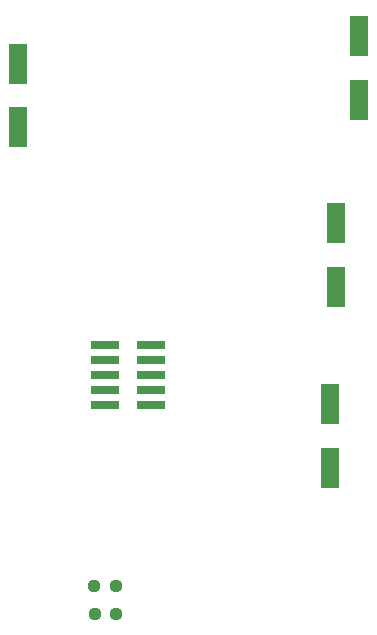
<source format=gtp>
G04 #@! TF.GenerationSoftware,KiCad,Pcbnew,6.0.6-3a73a75311~116~ubuntu20.04.1*
G04 #@! TF.CreationDate,2022-07-28T13:36:28+02:00*
G04 #@! TF.ProjectId,Buddy_shield_extractor,42756464-795f-4736-9869-656c645f6578,rev?*
G04 #@! TF.SameCoordinates,Original*
G04 #@! TF.FileFunction,Paste,Top*
G04 #@! TF.FilePolarity,Positive*
%FSLAX46Y46*%
G04 Gerber Fmt 4.6, Leading zero omitted, Abs format (unit mm)*
G04 Created by KiCad (PCBNEW 6.0.6-3a73a75311~116~ubuntu20.04.1) date 2022-07-28 13:36:28*
%MOMM*%
%LPD*%
G01*
G04 APERTURE LIST*
G04 Aperture macros list*
%AMRoundRect*
0 Rectangle with rounded corners*
0 $1 Rounding radius*
0 $2 $3 $4 $5 $6 $7 $8 $9 X,Y pos of 4 corners*
0 Add a 4 corners polygon primitive as box body*
4,1,4,$2,$3,$4,$5,$6,$7,$8,$9,$2,$3,0*
0 Add four circle primitives for the rounded corners*
1,1,$1+$1,$2,$3*
1,1,$1+$1,$4,$5*
1,1,$1+$1,$6,$7*
1,1,$1+$1,$8,$9*
0 Add four rect primitives between the rounded corners*
20,1,$1+$1,$2,$3,$4,$5,0*
20,1,$1+$1,$4,$5,$6,$7,0*
20,1,$1+$1,$6,$7,$8,$9,0*
20,1,$1+$1,$8,$9,$2,$3,0*%
G04 Aperture macros list end*
%ADD10R,1.600000X3.500000*%
%ADD11RoundRect,0.237500X0.250000X0.237500X-0.250000X0.237500X-0.250000X-0.237500X0.250000X-0.237500X0*%
%ADD12RoundRect,0.237500X-0.250000X-0.237500X0.250000X-0.237500X0.250000X0.237500X-0.250000X0.237500X0*%
%ADD13R,2.400000X0.740000*%
G04 APERTURE END LIST*
D10*
G04 #@! TO.C,C1*
X150450000Y-78650000D03*
X150450000Y-73250000D03*
G04 #@! TD*
G04 #@! TO.C,C2*
X121650000Y-81000000D03*
X121650000Y-75600000D03*
G04 #@! TD*
D11*
G04 #@! TO.C,R2*
X129922500Y-122220000D03*
X128097500Y-122220000D03*
G04 #@! TD*
D10*
G04 #@! TO.C,C3*
X148500000Y-94500000D03*
X148500000Y-89100000D03*
G04 #@! TD*
D12*
G04 #@! TO.C,R1*
X128077500Y-119840000D03*
X129902500Y-119840000D03*
G04 #@! TD*
D10*
G04 #@! TO.C,C4*
X148000000Y-109850000D03*
X148000000Y-104450000D03*
G04 #@! TD*
D13*
G04 #@! TO.C,J16*
X132900000Y-104540000D03*
X129000000Y-104540000D03*
X132900000Y-103270000D03*
X129000000Y-103270000D03*
X132900000Y-102000000D03*
X129000000Y-102000000D03*
X132900000Y-100730000D03*
X129000000Y-100730000D03*
X132900000Y-99460000D03*
X129000000Y-99460000D03*
G04 #@! TD*
M02*

</source>
